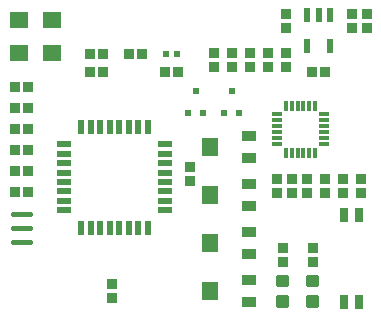
<source format=gtp>
G75*
%MOIN*%
%OFA0B0*%
%FSLAX25Y25*%
%IPPOS*%
%LPD*%
%AMOC8*
5,1,8,0,0,1.08239X$1,22.5*
%
%ADD10R,0.03346X0.03543*%
%ADD11R,0.03543X0.03346*%
%ADD12R,0.06299X0.05512*%
%ADD13C,0.01181*%
%ADD14R,0.05512X0.06299*%
%ADD15R,0.05118X0.03543*%
%ADD16R,0.03000X0.05000*%
%ADD17R,0.02362X0.02362*%
%ADD18R,0.05000X0.02200*%
%ADD19R,0.02200X0.05000*%
%ADD20R,0.02165X0.04724*%
%ADD21R,0.03346X0.01496*%
%ADD22R,0.01496X0.03346*%
%ADD23C,0.01772*%
%ADD24R,0.01969X0.02362*%
D10*
X0099819Y0081102D03*
X0104386Y0081102D03*
X0104386Y0088102D03*
X0099819Y0088102D03*
X0099819Y0095102D03*
X0104386Y0095102D03*
X0104386Y0102102D03*
X0099819Y0102102D03*
X0099819Y0109102D03*
X0104386Y0109102D03*
X0104386Y0116102D03*
X0099819Y0116102D03*
X0124819Y0121102D03*
X0129386Y0121102D03*
X0129386Y0127102D03*
X0124819Y0127102D03*
X0137819Y0127102D03*
X0142386Y0127102D03*
X0149819Y0121102D03*
X0154386Y0121102D03*
X0198819Y0121102D03*
X0203386Y0121102D03*
D11*
X0190102Y0122819D03*
X0184102Y0122819D03*
X0184102Y0127386D03*
X0190102Y0127386D03*
X0190102Y0135819D03*
X0190102Y0140386D03*
X0178102Y0127386D03*
X0172102Y0127386D03*
X0166102Y0127386D03*
X0166102Y0122819D03*
X0172102Y0122819D03*
X0178102Y0122819D03*
X0212102Y0135819D03*
X0212102Y0140386D03*
X0217102Y0140386D03*
X0217102Y0135819D03*
X0158102Y0089386D03*
X0158102Y0084819D03*
X0187102Y0085386D03*
X0192102Y0085386D03*
X0197102Y0085386D03*
X0203102Y0085386D03*
X0209102Y0085386D03*
X0209102Y0080819D03*
X0203102Y0080819D03*
X0197102Y0080819D03*
X0192102Y0080819D03*
X0187102Y0080819D03*
X0189102Y0062386D03*
X0189102Y0057819D03*
X0199102Y0057819D03*
X0199102Y0062386D03*
X0215102Y0080819D03*
X0215102Y0085386D03*
X0132102Y0050386D03*
X0132102Y0045819D03*
D12*
X0112102Y0127591D03*
X0101102Y0127591D03*
X0101102Y0138614D03*
X0112102Y0138614D03*
D13*
X0187724Y0052933D02*
X0190480Y0052933D01*
X0190480Y0050177D01*
X0187724Y0050177D01*
X0187724Y0052933D01*
X0187724Y0051357D02*
X0190480Y0051357D01*
X0190480Y0052537D02*
X0187724Y0052537D01*
X0187724Y0046028D02*
X0190480Y0046028D01*
X0190480Y0043272D01*
X0187724Y0043272D01*
X0187724Y0046028D01*
X0187724Y0044452D02*
X0190480Y0044452D01*
X0190480Y0045632D02*
X0187724Y0045632D01*
X0197724Y0046028D02*
X0200480Y0046028D01*
X0200480Y0043272D01*
X0197724Y0043272D01*
X0197724Y0046028D01*
X0197724Y0044452D02*
X0200480Y0044452D01*
X0200480Y0045632D02*
X0197724Y0045632D01*
X0197724Y0052933D02*
X0200480Y0052933D01*
X0200480Y0050177D01*
X0197724Y0050177D01*
X0197724Y0052933D01*
X0197724Y0051357D02*
X0200480Y0051357D01*
X0200480Y0052537D02*
X0197724Y0052537D01*
D14*
X0164803Y0048102D03*
X0164803Y0064102D03*
X0164803Y0080102D03*
X0164803Y0096102D03*
D15*
X0177992Y0092362D03*
X0177992Y0099843D03*
X0177992Y0083843D03*
X0177992Y0076362D03*
X0177992Y0067843D03*
X0177992Y0060362D03*
X0177992Y0051843D03*
X0177992Y0044362D03*
D16*
X0209602Y0044535D03*
X0214602Y0044535D03*
X0214602Y0073669D03*
X0209602Y0073669D03*
D17*
X0174661Y0107461D03*
X0169543Y0107461D03*
X0162661Y0107461D03*
X0157543Y0107461D03*
X0160102Y0114744D03*
X0172102Y0114744D03*
D18*
X0150002Y0097126D03*
X0150002Y0093976D03*
X0150002Y0090827D03*
X0150002Y0087677D03*
X0150002Y0084528D03*
X0150002Y0081378D03*
X0150002Y0078228D03*
X0150002Y0075079D03*
X0116202Y0075079D03*
X0116202Y0078228D03*
X0116202Y0081378D03*
X0116202Y0084528D03*
X0116202Y0087677D03*
X0116202Y0090827D03*
X0116202Y0093976D03*
X0116202Y0097126D03*
D19*
X0122079Y0103002D03*
X0125228Y0103002D03*
X0128378Y0103002D03*
X0131528Y0103002D03*
X0134677Y0103002D03*
X0137827Y0103002D03*
X0140976Y0103002D03*
X0144126Y0103002D03*
X0144126Y0069202D03*
X0140976Y0069202D03*
X0137827Y0069202D03*
X0134677Y0069202D03*
X0131528Y0069202D03*
X0128378Y0069202D03*
X0125228Y0069202D03*
X0122079Y0069202D03*
D20*
X0197362Y0129984D03*
X0204843Y0129984D03*
X0204843Y0140221D03*
X0201102Y0140221D03*
X0197362Y0140221D03*
D21*
X0202878Y0107024D03*
X0202878Y0105055D03*
X0202878Y0103087D03*
X0202878Y0101118D03*
X0202878Y0099150D03*
X0202878Y0097181D03*
X0187327Y0097181D03*
X0187327Y0099150D03*
X0187327Y0101118D03*
X0187327Y0103087D03*
X0187327Y0105055D03*
X0187327Y0107024D03*
D22*
X0190181Y0109878D03*
X0192150Y0109878D03*
X0194118Y0109878D03*
X0196087Y0109878D03*
X0198055Y0109878D03*
X0200024Y0109878D03*
X0200024Y0094327D03*
X0198055Y0094327D03*
X0196087Y0094327D03*
X0194118Y0094327D03*
X0192150Y0094327D03*
X0190181Y0094327D03*
D23*
X0104966Y0064378D02*
X0099238Y0064378D01*
X0099238Y0069102D02*
X0104966Y0069102D01*
X0104966Y0073827D02*
X0099238Y0073827D01*
D24*
X0150134Y0127102D03*
X0154071Y0127102D03*
M02*

</source>
